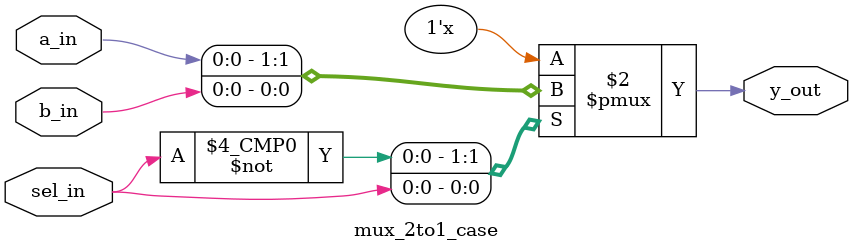
<source format=v>
`timescale 1ns / 1ps


module mux_2to1_case(
    input a_in,
    input b_in,
    input sel_in,
    output reg y_out
    );
    
    always @(*)
        begin
            case(sel_in)
            1'b0: y_out = a_in;
            1'b1: y_out = b_in;
            endcase
        end 
endmodule

</source>
